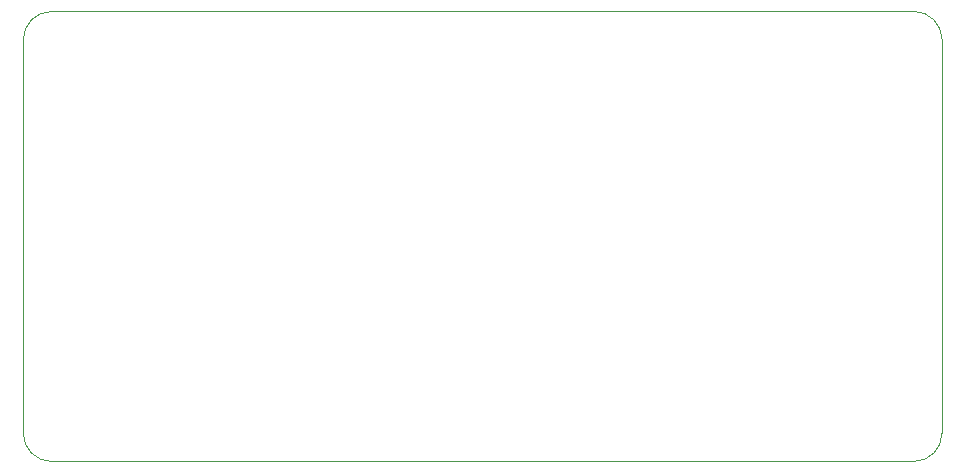
<source format=gbr>
G04 #@! TF.GenerationSoftware,KiCad,Pcbnew,(5.1.4)-1*
G04 #@! TF.CreationDate,2022-05-22T19:09:44+08:00*
G04 #@! TF.ProjectId,keyboard-pcb-tutorial,6b657962-6f61-4726-942d-7063622d7475,rev?*
G04 #@! TF.SameCoordinates,Original*
G04 #@! TF.FileFunction,Profile,NP*
%FSLAX46Y46*%
G04 Gerber Fmt 4.6, Leading zero omitted, Abs format (unit mm)*
G04 Created by KiCad (PCBNEW (5.1.4)-1) date 2022-05-22 19:09:44*
%MOMM*%
%LPD*%
G04 APERTURE LIST*
%ADD10C,0.050000*%
G04 APERTURE END LIST*
D10*
X92868750Y-120650000D02*
X165893750Y-120650000D01*
X90487500Y-84931250D02*
X90487500Y-118268750D01*
X92868750Y-82550000D02*
X95250000Y-82550000D01*
X168275000Y-118268750D02*
X168275000Y-84931250D01*
X165893750Y-82550000D02*
X95250000Y-82550000D01*
X90487500Y-84931250D02*
G75*
G02X92868750Y-82550000I2381250J0D01*
G01*
X92868750Y-120650000D02*
G75*
G02X90487500Y-118268750I0J2381250D01*
G01*
X168275000Y-118268750D02*
G75*
G02X165893750Y-120650000I-2381250J0D01*
G01*
X165893750Y-82550000D02*
G75*
G02X168275000Y-84931250I0J-2381250D01*
G01*
M02*

</source>
